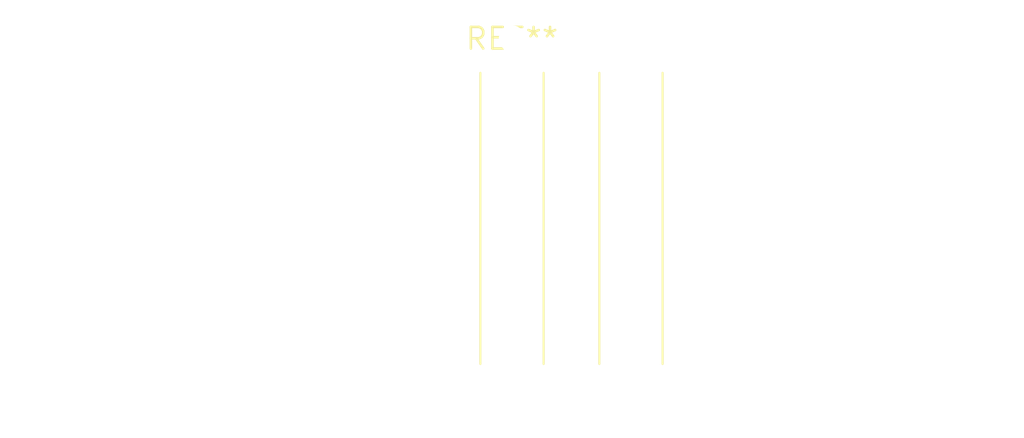
<source format=kicad_pcb>
(kicad_pcb (version 20240108) (generator pcbnew)
  (layers (0 "F.Cu" signal) (31 "B.Cu" signal) (34 "B.Paste" user) (35 "F.Paste" user) (36 "B.SilkS" user "B.Silkscreen") (37 "F.SilkS" user "F.Silkscreen") (38 "B.Mask" user) (39 "F.Mask" user) (44 "Edge.Cuts" user))
  (net 0 "")
  (footprint "SolderWire-0.75sqmm_1x02_P7mm_D1.25mm_OD3.5mm_Relief" (layer "F.Cu") (at 0 0)
    (property "Reference" "REF**")
    (property "Value" "SolderWire-0.75sqmm_1x02_P7mm_D1.25mm_OD3.5mm_Relief")
    (fp_line (start -1.86 2.01) (end -1.86 19.14) (layer "F.SilkS") (stroke (width 0.12)))
    (fp_line (start 1.86 2.01) (end 1.86 19.14) (layer "F.SilkS") (stroke (width 0.12)))
    (fp_line (start 5.14 2.01) (end 5.14 19.14) (layer "F.SilkS") (stroke (width 0.12)))
    (fp_line (start 8.86 2.01) (end 8.86 19.14) (layer "F.SilkS") (stroke (width 0.12)))
    (pad "" np_thru_hole circle (at 0 21) (size 4 4) (drill 4) (layers *.Cu *.Mask))
    (pad "" np_thru_hole circle (at 7 21) (size 4 4) (drill 4) (layers *.Cu *.Mask))
    (pad "1" thru_hole roundrect (at 0 0) (size 3.5 3.5) (drill 1.55) (layers *.Cu *.Mask) (remove_unused_layers) (roundrect_rratio 0.071429))
    (pad "2" thru_hole circle (at 7 0) (size 3.5 3.5) (drill 1.55) (layers *.Cu *.Mask) (remove_unused_layers))
  )
)
</source>
